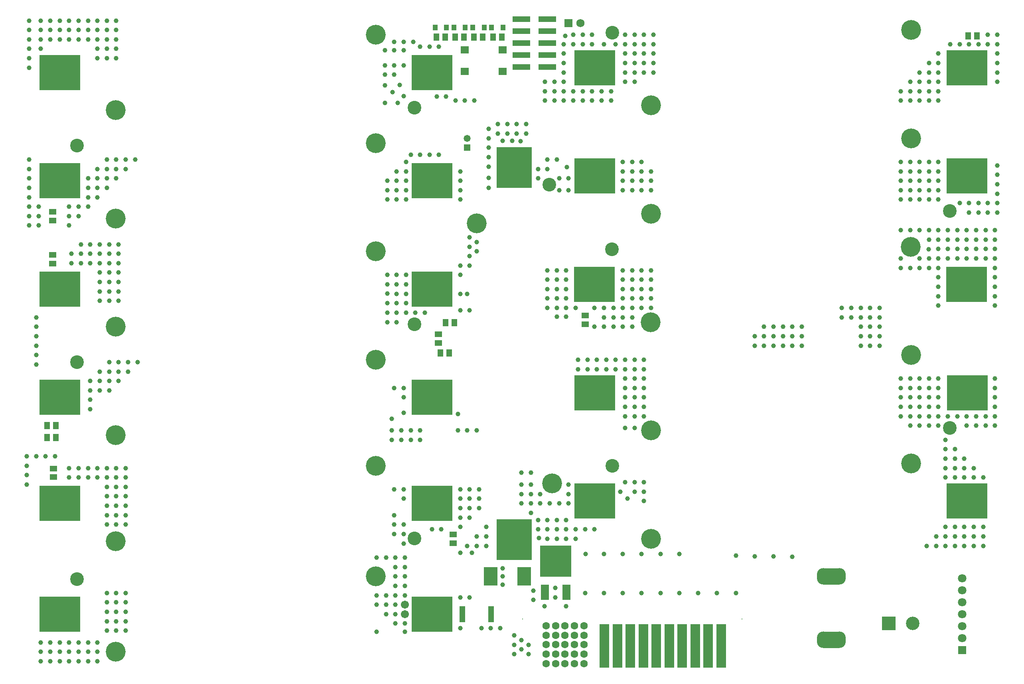
<source format=gts>
G04*
G04 #@! TF.GenerationSoftware,Altium Limited,Altium Designer,21.0.8 (223)*
G04*
G04 Layer_Color=8388736*
%FSLAX25Y25*%
%MOIN*%
G70*
G04*
G04 #@! TF.SameCoordinates,A19D7D31-63B9-40C3-BA03-758776B81FF0*
G04*
G04*
G04 #@! TF.FilePolarity,Negative*
G04*
G01*
G75*
%ADD28R,0.34265X0.29737*%
%ADD29R,0.29737X0.34265*%
%ADD30R,0.07099X0.06312*%
%ADD31R,0.04343X0.04737*%
%ADD32R,0.04540X0.05918*%
%ADD33R,0.05918X0.04540*%
%ADD34R,0.11800X0.15800*%
%ADD35R,0.26391X0.26391*%
%ADD36R,0.07099X0.12611*%
%ADD37R,0.14580X0.04737*%
%ADD38R,0.05131X0.13792*%
%ADD39C,0.16548*%
%ADD40C,0.11430*%
%ADD41R,0.11233X0.11233*%
%ADD42C,0.11233*%
%ADD43R,0.05800X0.05800*%
%ADD44C,0.05800*%
%ADD45C,0.06800*%
%ADD46R,0.06800X0.06800*%
%ADD47C,0.06312*%
%ADD48R,0.07887X0.07099*%
%ADD49C,0.00800*%
%ADD50O,0.10800X0.13800*%
%ADD51C,0.07099*%
%ADD52R,0.07099X0.07099*%
%ADD53C,0.06706*%
%ADD54C,0.03937*%
G36*
X685092Y32638D02*
X685143Y32627D01*
X685193Y32610D01*
X685240Y32587D01*
X685283Y32558D01*
X685323Y32524D01*
X685357Y32484D01*
X685387Y32441D01*
X685410Y32394D01*
X685427Y32344D01*
X685437Y32293D01*
X685440Y32240D01*
Y19240D01*
X685437Y19188D01*
X685427Y19136D01*
X685410Y19087D01*
X685387Y19040D01*
X685357Y18996D01*
X685323Y18957D01*
X685283Y18922D01*
X685240Y18893D01*
X685193Y18870D01*
X685143Y18853D01*
X685092Y18843D01*
X685039Y18839D01*
X671639D01*
X671587Y18843D01*
X671536Y18853D01*
X671486Y18870D01*
X671439Y18893D01*
X671395Y18922D01*
X671356Y18957D01*
X671321Y18996D01*
X671292Y19040D01*
X671269Y19087D01*
X671252Y19136D01*
X671242Y19188D01*
X671239Y19240D01*
Y19340D01*
Y32240D01*
X671242Y32293D01*
X671252Y32344D01*
X671269Y32394D01*
X671292Y32441D01*
X671321Y32484D01*
X671356Y32524D01*
X671395Y32558D01*
X671439Y32587D01*
X671486Y32610D01*
X671536Y32627D01*
X671587Y32638D01*
X671639Y32641D01*
X685039D01*
X685092Y32638D01*
D02*
G37*
G36*
Y85638D02*
X685143Y85627D01*
X685193Y85611D01*
X685240Y85587D01*
X685283Y85558D01*
X685323Y85524D01*
X685357Y85484D01*
X685387Y85441D01*
X685410Y85394D01*
X685427Y85344D01*
X685437Y85293D01*
X685440Y85240D01*
Y72240D01*
X685437Y72188D01*
X685427Y72136D01*
X685410Y72087D01*
X685387Y72040D01*
X685357Y71996D01*
X685323Y71957D01*
X685283Y71922D01*
X685240Y71893D01*
X685193Y71870D01*
X685143Y71853D01*
X685092Y71843D01*
X685039Y71839D01*
X671639D01*
X671587Y71843D01*
X671536Y71853D01*
X671486Y71870D01*
X671439Y71893D01*
X671395Y71922D01*
X671356Y71957D01*
X671321Y71996D01*
X671292Y72040D01*
X671269Y72087D01*
X671252Y72136D01*
X671242Y72188D01*
X671239Y72240D01*
Y72340D01*
Y85240D01*
X671242Y85293D01*
X671252Y85344D01*
X671269Y85394D01*
X671292Y85441D01*
X671321Y85484D01*
X671356Y85524D01*
X671395Y85558D01*
X671439Y85587D01*
X671486Y85611D01*
X671536Y85627D01*
X671587Y85638D01*
X671639Y85641D01*
X685039D01*
X685092Y85638D01*
D02*
G37*
D28*
X344488Y500000D02*
D03*
X33465D02*
D03*
Y409449D02*
D03*
X344488D02*
D03*
X33465Y47244D02*
D03*
X344488D02*
D03*
X480633Y503937D02*
D03*
X791657D02*
D03*
X480709Y232283D02*
D03*
X791732D02*
D03*
X33465Y139795D02*
D03*
X344488D02*
D03*
Y228346D02*
D03*
X33465D02*
D03*
X791657Y141732D02*
D03*
X480633D02*
D03*
X480315Y322835D02*
D03*
X791339D02*
D03*
X791657Y413386D02*
D03*
X480633D02*
D03*
X344488Y318898D02*
D03*
X33465D02*
D03*
D29*
X413386Y420669D02*
D03*
Y109646D02*
D03*
D30*
X372047Y518701D02*
D03*
X403543D02*
D03*
X372047Y500984D02*
D03*
X403543D02*
D03*
D31*
X372332Y537402D02*
D03*
X362883D02*
D03*
X388080D02*
D03*
X378631D02*
D03*
X356584D02*
D03*
X347135D02*
D03*
X403828D02*
D03*
X394379D02*
D03*
D32*
X379714Y529528D02*
D03*
X386998D02*
D03*
X371249D02*
D03*
X363966D02*
D03*
X348218D02*
D03*
X355502D02*
D03*
X395462D02*
D03*
X402745D02*
D03*
X363090Y290816D02*
D03*
X355807D02*
D03*
X358957Y265551D02*
D03*
X351673D02*
D03*
X30217Y204724D02*
D03*
X22933D02*
D03*
Y194882D02*
D03*
X30217D02*
D03*
X799902Y530512D02*
D03*
X792618D02*
D03*
D33*
X350000Y281201D02*
D03*
Y273917D02*
D03*
X362205Y113878D02*
D03*
Y106595D02*
D03*
X472441Y289665D02*
D03*
Y296949D02*
D03*
X27559Y376279D02*
D03*
Y383563D02*
D03*
Y347441D02*
D03*
Y340158D02*
D03*
X28254Y161713D02*
D03*
Y168996D02*
D03*
D34*
X421529Y78740D02*
D03*
X393431D02*
D03*
D35*
X447835Y91535D02*
D03*
D36*
X456890Y65354D02*
D03*
X438779D02*
D03*
D37*
X440945Y504606D02*
D03*
Y514606D02*
D03*
Y524606D02*
D03*
Y534606D02*
D03*
Y544606D02*
D03*
X419291Y504606D02*
D03*
Y514606D02*
D03*
Y524606D02*
D03*
Y534606D02*
D03*
Y544606D02*
D03*
D38*
X393898Y47244D02*
D03*
X369882D02*
D03*
D39*
X80315Y468504D02*
D03*
X297638Y531496D02*
D03*
Y440945D02*
D03*
X80315Y377953D02*
D03*
X297638Y78740D02*
D03*
X80315Y15748D02*
D03*
X744806Y535433D02*
D03*
X527484Y472441D02*
D03*
X444882Y156496D02*
D03*
X381890Y373819D02*
D03*
X744882Y263779D02*
D03*
X527559Y200787D02*
D03*
X297638Y171291D02*
D03*
X80315Y108299D02*
D03*
Y196850D02*
D03*
X297638Y259842D02*
D03*
X527484Y110236D02*
D03*
X744806Y173228D02*
D03*
X744488Y354331D02*
D03*
X527165Y291339D02*
D03*
X527484Y381890D02*
D03*
X744806Y444882D02*
D03*
X80315Y287402D02*
D03*
X297638Y350394D02*
D03*
D40*
X330000Y470669D02*
D03*
X47953Y438779D02*
D03*
Y76575D02*
D03*
X495121Y533268D02*
D03*
X442717Y406181D02*
D03*
X777244Y202953D02*
D03*
X330000Y110465D02*
D03*
X47953Y257677D02*
D03*
X495121Y171063D02*
D03*
X494803Y352165D02*
D03*
X777169Y384055D02*
D03*
X330000Y289567D02*
D03*
D41*
X726221Y39370D02*
D03*
D42*
X746220D02*
D03*
D43*
X374016Y437008D02*
D03*
D44*
Y444882D02*
D03*
D45*
X468661Y541339D02*
D03*
D46*
X458661D02*
D03*
D47*
X439961Y37500D02*
D03*
Y29626D02*
D03*
Y21752D02*
D03*
Y13878D02*
D03*
Y6004D02*
D03*
X447835Y37500D02*
D03*
Y29626D02*
D03*
Y21752D02*
D03*
Y13878D02*
D03*
Y6004D02*
D03*
X455709Y37500D02*
D03*
Y29626D02*
D03*
Y21752D02*
D03*
Y13878D02*
D03*
Y6004D02*
D03*
X463583Y37500D02*
D03*
Y29626D02*
D03*
Y21752D02*
D03*
Y13878D02*
D03*
Y6004D02*
D03*
X471457Y37500D02*
D03*
Y29626D02*
D03*
Y21752D02*
D03*
Y13878D02*
D03*
Y6004D02*
D03*
D48*
X564468D02*
D03*
X575295D02*
D03*
X564468Y11909D02*
D03*
X575295D02*
D03*
X564468Y17815D02*
D03*
X575295D02*
D03*
X564468Y23720D02*
D03*
X575295D02*
D03*
X564468Y29626D02*
D03*
X575295D02*
D03*
X531988Y6004D02*
D03*
X542815D02*
D03*
X531988Y11909D02*
D03*
X542815D02*
D03*
X531988Y17815D02*
D03*
X542815D02*
D03*
X531988Y23720D02*
D03*
X542815D02*
D03*
X531988Y29626D02*
D03*
X542815D02*
D03*
X499508Y6004D02*
D03*
X510335D02*
D03*
X499508Y11909D02*
D03*
X510335D02*
D03*
X499508Y17815D02*
D03*
X510335D02*
D03*
X499508Y23720D02*
D03*
X510335D02*
D03*
X499508Y29626D02*
D03*
X488681Y6004D02*
D03*
Y11909D02*
D03*
Y17815D02*
D03*
Y23720D02*
D03*
Y29626D02*
D03*
X564468Y35531D02*
D03*
X575295D02*
D03*
X531988D02*
D03*
X542815D02*
D03*
X499508D02*
D03*
X510335D02*
D03*
X488681D02*
D03*
X521161Y6004D02*
D03*
X553642D02*
D03*
X586122D02*
D03*
X521161Y11909D02*
D03*
X553642D02*
D03*
X586122D02*
D03*
X521161Y17815D02*
D03*
X553642D02*
D03*
X586122D02*
D03*
X521161Y23720D02*
D03*
X553642D02*
D03*
X586122D02*
D03*
X521161Y29626D02*
D03*
X553642D02*
D03*
X586122D02*
D03*
X521161Y35531D02*
D03*
X553642D02*
D03*
X586122D02*
D03*
X510335Y29626D02*
D03*
D49*
X420079Y43209D02*
D03*
X603543D02*
D03*
D50*
X671639Y78740D02*
D03*
X685039D02*
D03*
X671639Y25740D02*
D03*
X685039D02*
D03*
D51*
X787402Y77244D02*
D03*
Y57244D02*
D03*
Y67244D02*
D03*
Y47244D02*
D03*
Y27244D02*
D03*
Y37244D02*
D03*
D52*
Y17244D02*
D03*
D53*
X321850Y55118D02*
D03*
Y47244D02*
D03*
D54*
X455755Y530465D02*
D03*
X305118Y518429D02*
D03*
X350394Y521654D02*
D03*
X334646D02*
D03*
X342520D02*
D03*
X312992Y518429D02*
D03*
X320866D02*
D03*
X312992Y498032D02*
D03*
X320866Y505905D02*
D03*
X305118Y505911D02*
D03*
X317515Y489572D02*
D03*
X305118Y498032D02*
D03*
X312992Y505911D02*
D03*
X320866Y480315D02*
D03*
X315945Y474409D02*
D03*
X305118D02*
D03*
Y489173D02*
D03*
X311610Y483666D02*
D03*
X322835Y425197D02*
D03*
X391732Y452756D02*
D03*
X21654Y179134D02*
D03*
X29528D02*
D03*
X82677Y250000D02*
D03*
X74803Y242126D02*
D03*
X59055Y226378D02*
D03*
X90551Y257874D02*
D03*
X66929Y234252D02*
D03*
X59055Y218504D02*
D03*
X90551Y250000D02*
D03*
X98425Y257874D02*
D03*
X82677Y242126D02*
D03*
X74803Y234252D02*
D03*
X82677Y257874D02*
D03*
X59055Y234252D02*
D03*
X74803Y250000D02*
D03*
X66929Y242126D02*
D03*
X454724Y523622D02*
D03*
X462598Y531496D02*
D03*
X521708Y141732D02*
D03*
X507874Y143701D02*
D03*
X521654Y149606D02*
D03*
X440945Y125984D02*
D03*
X427165Y139764D02*
D03*
X448819Y118110D02*
D03*
X456693Y110236D02*
D03*
X440945Y118110D02*
D03*
X448819Y110236D02*
D03*
X433071Y125984D02*
D03*
X448819D02*
D03*
X456693Y118110D02*
D03*
X464567Y110236D02*
D03*
X472441Y118110D02*
D03*
X456693Y125984D02*
D03*
X464567Y118110D02*
D03*
X480315D02*
D03*
X348425Y479815D02*
D03*
X356299D02*
D03*
X311024Y210630D02*
D03*
X498032Y523622D02*
D03*
X425197Y13886D02*
D03*
X413386D02*
D03*
X448819Y295717D02*
D03*
X456703Y295715D02*
D03*
X440945Y303150D02*
D03*
X311024Y192913D02*
D03*
X320866Y215551D02*
D03*
X311024Y200787D02*
D03*
X494095Y476378D02*
D03*
X486221D02*
D03*
X478346D02*
D03*
X470472D02*
D03*
X462598D02*
D03*
X446850D02*
D03*
X433812Y110977D02*
D03*
X757874Y104331D02*
D03*
X765748D02*
D03*
X773622D02*
D03*
X765748Y112205D02*
D03*
X789370Y104331D02*
D03*
X781496Y112205D02*
D03*
X773622Y120079D02*
D03*
X789370Y112205D02*
D03*
X781496Y120079D02*
D03*
X789370D02*
D03*
X773622Y161417D02*
D03*
Y169291D02*
D03*
X781496Y161417D02*
D03*
X751968Y212598D02*
D03*
X773622Y185039D02*
D03*
X736221Y220472D02*
D03*
X789370Y161417D02*
D03*
X781496Y177165D02*
D03*
X789370Y169291D02*
D03*
X744095Y212598D02*
D03*
X736221Y228346D02*
D03*
X759842Y204724D02*
D03*
X751968D02*
D03*
X744095Y220472D02*
D03*
X781496Y169291D02*
D03*
X773622Y177165D02*
D03*
X736221Y212598D02*
D03*
X744095Y204724D02*
D03*
X773622Y112205D02*
D03*
X781496Y104331D02*
D03*
X773622Y192913D02*
D03*
X781496Y185039D02*
D03*
X789370Y177165D02*
D03*
X797244Y169291D02*
D03*
Y161417D02*
D03*
X805118D02*
D03*
Y112205D02*
D03*
Y120079D02*
D03*
Y104331D02*
D03*
X687008Y303150D02*
D03*
Y295276D02*
D03*
X694882D02*
D03*
Y303150D02*
D03*
X718504D02*
D03*
X710630D02*
D03*
X702756D02*
D03*
Y295276D02*
D03*
X710630D02*
D03*
X718504D02*
D03*
Y287402D02*
D03*
X710630D02*
D03*
X702756D02*
D03*
Y279528D02*
D03*
X710630D02*
D03*
X718504D02*
D03*
Y271654D02*
D03*
X710630D02*
D03*
X702756D02*
D03*
X653543Y287402D02*
D03*
X645669D02*
D03*
X637795D02*
D03*
X629921D02*
D03*
X622047D02*
D03*
X653543Y279528D02*
D03*
Y271654D02*
D03*
X645669D02*
D03*
Y279528D02*
D03*
X637795D02*
D03*
Y271654D02*
D03*
X629921D02*
D03*
Y279528D02*
D03*
X622047D02*
D03*
Y271654D02*
D03*
X614173Y279528D02*
D03*
Y271654D02*
D03*
X15748Y379921D02*
D03*
Y387795D02*
D03*
Y372047D02*
D03*
X7874Y427165D02*
D03*
Y419291D02*
D03*
Y411417D02*
D03*
Y403543D02*
D03*
Y395669D02*
D03*
Y387795D02*
D03*
Y379921D02*
D03*
Y372047D02*
D03*
X96457Y427165D02*
D03*
X88583D02*
D03*
X80709D02*
D03*
X72835D02*
D03*
X88583Y419291D02*
D03*
X80709D02*
D03*
X72835D02*
D03*
X64961D02*
D03*
X80709Y411417D02*
D03*
X72835D02*
D03*
X64961D02*
D03*
X57087D02*
D03*
X72835Y403543D02*
D03*
X64961D02*
D03*
X57087D02*
D03*
X64961Y395669D02*
D03*
X57087D02*
D03*
X49213Y379921D02*
D03*
X41339Y372047D02*
D03*
Y379921D02*
D03*
X57087Y387795D02*
D03*
X49213D02*
D03*
X41339D02*
D03*
X64961Y511811D02*
D03*
X72835D02*
D03*
X80709D02*
D03*
Y519685D02*
D03*
X72835D02*
D03*
X64961D02*
D03*
X80709Y527559D02*
D03*
X72835D02*
D03*
X64961D02*
D03*
X33465D02*
D03*
X57087D02*
D03*
X49213D02*
D03*
X41339D02*
D03*
Y535433D02*
D03*
X49213D02*
D03*
X57087D02*
D03*
X64961D02*
D03*
X72835D02*
D03*
X80709D02*
D03*
Y543307D02*
D03*
X72835D02*
D03*
X64961D02*
D03*
X57087D02*
D03*
X49213D02*
D03*
X41339D02*
D03*
X33465Y535433D02*
D03*
Y543307D02*
D03*
X25591D02*
D03*
Y535433D02*
D03*
Y527559D02*
D03*
X17717Y519685D02*
D03*
Y527559D02*
D03*
Y535433D02*
D03*
Y543307D02*
D03*
X7874Y503937D02*
D03*
Y511811D02*
D03*
Y519685D02*
D03*
Y527559D02*
D03*
Y535433D02*
D03*
Y543307D02*
D03*
X82677Y309055D02*
D03*
X74803D02*
D03*
X66929D02*
D03*
Y316929D02*
D03*
X74803D02*
D03*
X82677D02*
D03*
Y324803D02*
D03*
X74803D02*
D03*
X66929D02*
D03*
Y332677D02*
D03*
X74803D02*
D03*
X82677D02*
D03*
Y340551D02*
D03*
Y348425D02*
D03*
Y356299D02*
D03*
X74803D02*
D03*
Y348425D02*
D03*
Y340551D02*
D03*
X66929D02*
D03*
Y348425D02*
D03*
Y356299D02*
D03*
X59055D02*
D03*
Y348425D02*
D03*
Y340551D02*
D03*
X51181D02*
D03*
Y348425D02*
D03*
Y356299D02*
D03*
X43307Y348425D02*
D03*
Y340551D02*
D03*
X74803Y257874D02*
D03*
X66929Y250000D02*
D03*
X59055Y242126D02*
D03*
X13780Y255906D02*
D03*
Y263779D02*
D03*
Y271654D02*
D03*
Y279528D02*
D03*
Y287402D02*
D03*
Y295276D02*
D03*
X88583Y169291D02*
D03*
X80709D02*
D03*
X72835D02*
D03*
X64961Y161417D02*
D03*
Y169291D02*
D03*
X57087D02*
D03*
Y161417D02*
D03*
X49213D02*
D03*
Y169291D02*
D03*
X41339D02*
D03*
Y161417D02*
D03*
X72835Y161449D02*
D03*
X80709D02*
D03*
X88583D02*
D03*
Y153575D02*
D03*
X80709D02*
D03*
X72835D02*
D03*
Y145701D02*
D03*
X80709D02*
D03*
X88583D02*
D03*
Y137827D02*
D03*
X80709D02*
D03*
X72835D02*
D03*
Y129953D02*
D03*
X80709D02*
D03*
X88583D02*
D03*
Y122079D02*
D03*
X80709D02*
D03*
X72835D02*
D03*
X88583Y64961D02*
D03*
X80709D02*
D03*
X72835D02*
D03*
Y57087D02*
D03*
X80709D02*
D03*
X88583D02*
D03*
Y49213D02*
D03*
X80709D02*
D03*
X72835D02*
D03*
Y41339D02*
D03*
X80709D02*
D03*
X88583D02*
D03*
Y33465D02*
D03*
X80709D02*
D03*
X72835D02*
D03*
X64961Y23622D02*
D03*
Y15748D02*
D03*
Y7874D02*
D03*
X57087D02*
D03*
Y15748D02*
D03*
Y23622D02*
D03*
X49213Y7874D02*
D03*
X41339D02*
D03*
Y15748D02*
D03*
X49213D02*
D03*
Y23622D02*
D03*
X41339D02*
D03*
X33465Y7874D02*
D03*
X25591D02*
D03*
X17717D02*
D03*
Y15748D02*
D03*
X25591D02*
D03*
X33465D02*
D03*
Y23622D02*
D03*
X25591D02*
D03*
X17717D02*
D03*
X5906Y155512D02*
D03*
Y163386D02*
D03*
Y171260D02*
D03*
X13780Y179134D02*
D03*
X5906D02*
D03*
X377953Y98425D02*
D03*
X368110D02*
D03*
X389764Y104331D02*
D03*
X381890D02*
D03*
X374016D02*
D03*
X381890Y112205D02*
D03*
X389764D02*
D03*
Y120079D02*
D03*
X375984Y61024D02*
D03*
X368110D02*
D03*
Y35433D02*
D03*
X298228Y94488D02*
D03*
X306102D02*
D03*
X313976D02*
D03*
X321850D02*
D03*
X313976Y86614D02*
D03*
X321850Y78740D02*
D03*
Y70866D02*
D03*
Y62992D02*
D03*
Y86614D02*
D03*
X313976Y78740D02*
D03*
X321850Y32480D02*
D03*
Y39370D02*
D03*
X313976Y70866D02*
D03*
Y62992D02*
D03*
X306102D02*
D03*
X298228D02*
D03*
Y55118D02*
D03*
X306102Y47244D02*
D03*
Y55118D02*
D03*
X313976D02*
D03*
Y47244D02*
D03*
Y39370D02*
D03*
X298228Y32480D02*
D03*
X433071Y118110D02*
D03*
X440945Y110236D02*
D03*
X447638Y69291D02*
D03*
X456693Y53937D02*
D03*
X438411Y53936D02*
D03*
X429134Y59055D02*
D03*
Y66929D02*
D03*
X447638Y61024D02*
D03*
X425197Y21654D02*
D03*
X419291Y17717D02*
D03*
Y25591D02*
D03*
X413386Y21654D02*
D03*
Y29528D02*
D03*
X401575Y35433D02*
D03*
X393701D02*
D03*
X385827D02*
D03*
X797244Y120079D02*
D03*
Y112205D02*
D03*
Y104331D02*
D03*
X448819Y427165D02*
D03*
X440945D02*
D03*
Y419291D02*
D03*
X433071D02*
D03*
Y411417D02*
D03*
X418701Y442577D02*
D03*
X423228Y456693D02*
D03*
Y448819D02*
D03*
X415354Y456693D02*
D03*
Y448819D02*
D03*
X411417Y442913D02*
D03*
X403543D02*
D03*
X407480Y456693D02*
D03*
Y448819D02*
D03*
X399606D02*
D03*
Y456693D02*
D03*
X391732Y444882D02*
D03*
Y437008D02*
D03*
Y429134D02*
D03*
X368110Y417323D02*
D03*
X391732Y421260D02*
D03*
Y403344D02*
D03*
Y411702D02*
D03*
X505905Y157480D02*
D03*
X513779D02*
D03*
X521654D02*
D03*
X513779Y149606D02*
D03*
X501968D02*
D03*
X458661Y155512D02*
D03*
Y147638D02*
D03*
Y139764D02*
D03*
X450787D02*
D03*
X442913D02*
D03*
X435039D02*
D03*
Y147638D02*
D03*
X427165Y165354D02*
D03*
X419291D02*
D03*
Y155512D02*
D03*
X427165D02*
D03*
Y147638D02*
D03*
X419291D02*
D03*
Y139764D02*
D03*
X427165Y131890D02*
D03*
X513779Y202756D02*
D03*
X505905D02*
D03*
X521654Y212598D02*
D03*
X513779D02*
D03*
X505905D02*
D03*
Y220472D02*
D03*
X513779D02*
D03*
X521654D02*
D03*
Y228346D02*
D03*
X513779D02*
D03*
X505905D02*
D03*
Y236221D02*
D03*
X513779D02*
D03*
X521654D02*
D03*
Y244094D02*
D03*
X513779D02*
D03*
X505905D02*
D03*
X521654Y259842D02*
D03*
Y251969D02*
D03*
X513779D02*
D03*
Y259842D02*
D03*
X505905D02*
D03*
Y251969D02*
D03*
X498032D02*
D03*
Y259842D02*
D03*
X490158D02*
D03*
Y251969D02*
D03*
X482283Y259842D02*
D03*
Y251969D02*
D03*
X474409Y259842D02*
D03*
Y251969D02*
D03*
X466535Y259842D02*
D03*
Y251969D02*
D03*
X379921Y476378D02*
D03*
X372047D02*
D03*
X364173D02*
D03*
X328740Y525591D02*
D03*
X312992D02*
D03*
X320866D02*
D03*
X383858Y143701D02*
D03*
Y135827D02*
D03*
X375984Y127953D02*
D03*
Y135827D02*
D03*
Y143701D02*
D03*
X383858Y151575D02*
D03*
X375984D02*
D03*
X368110D02*
D03*
Y143701D02*
D03*
Y135827D02*
D03*
Y127953D02*
D03*
Y120079D02*
D03*
X352362Y118110D02*
D03*
X344488D02*
D03*
X320866Y106299D02*
D03*
Y122047D02*
D03*
Y114173D02*
D03*
X312992D02*
D03*
Y122047D02*
D03*
Y129921D02*
D03*
X320866Y143701D02*
D03*
Y151575D02*
D03*
X312992D02*
D03*
X334646Y192913D02*
D03*
X326772D02*
D03*
X318898D02*
D03*
X334646Y200787D02*
D03*
X326772D02*
D03*
X318898D02*
D03*
X366142D02*
D03*
X374016D02*
D03*
X381890D02*
D03*
X366142Y214567D02*
D03*
X320866Y228346D02*
D03*
Y236221D02*
D03*
X312992D02*
D03*
X375984Y362205D02*
D03*
X381890Y358268D02*
D03*
Y350394D02*
D03*
X375984Y354331D02*
D03*
Y346457D02*
D03*
Y338583D02*
D03*
X368110D02*
D03*
Y330709D02*
D03*
X374016Y314961D02*
D03*
X368110D02*
D03*
X375984Y301181D02*
D03*
X368110D02*
D03*
X338583Y299213D02*
D03*
X330709D02*
D03*
X322835D02*
D03*
X314961D02*
D03*
Y291339D02*
D03*
X307087D02*
D03*
Y299213D02*
D03*
Y307087D02*
D03*
X314961D02*
D03*
X322835D02*
D03*
X307087Y315024D02*
D03*
X314961Y314961D02*
D03*
X322835D02*
D03*
X307087Y322886D02*
D03*
X314961Y322835D02*
D03*
X322835D02*
D03*
X307087Y330709D02*
D03*
X314961D02*
D03*
X322835D02*
D03*
X368110Y393701D02*
D03*
Y401575D02*
D03*
Y409449D02*
D03*
X322835Y393701D02*
D03*
X314961D02*
D03*
X307087D02*
D03*
Y401575D02*
D03*
X314961D02*
D03*
X322835D02*
D03*
X350394Y431102D02*
D03*
X342520D02*
D03*
X334646D02*
D03*
X326772D02*
D03*
X314961Y417323D02*
D03*
X322835D02*
D03*
Y409449D02*
D03*
X314961D02*
D03*
X307087D02*
D03*
X529528Y523622D02*
D03*
Y531496D02*
D03*
X521654D02*
D03*
Y523622D02*
D03*
X513779D02*
D03*
Y531496D02*
D03*
X505905D02*
D03*
Y523622D02*
D03*
X488189D02*
D03*
X478346Y531496D02*
D03*
Y523622D02*
D03*
X470472Y531496D02*
D03*
Y523622D02*
D03*
X462598D02*
D03*
X454724Y515748D02*
D03*
Y507874D02*
D03*
Y500000D02*
D03*
Y492126D02*
D03*
X446850D02*
D03*
X438976D02*
D03*
Y476378D02*
D03*
Y484252D02*
D03*
X446850D02*
D03*
X454724Y476378D02*
D03*
Y484252D02*
D03*
X527559Y417323D02*
D03*
Y409449D02*
D03*
Y401575D02*
D03*
X519685Y334646D02*
D03*
X527559D02*
D03*
Y326772D02*
D03*
X519685D02*
D03*
Y318898D02*
D03*
X527559D02*
D03*
Y303150D02*
D03*
Y311024D02*
D03*
X519685D02*
D03*
Y303150D02*
D03*
X511811D02*
D03*
Y311024D02*
D03*
Y318898D02*
D03*
Y326772D02*
D03*
Y334646D02*
D03*
X503937D02*
D03*
Y326772D02*
D03*
Y318898D02*
D03*
Y311024D02*
D03*
X511811Y287402D02*
D03*
Y295276D02*
D03*
X503937Y287402D02*
D03*
Y295276D02*
D03*
Y303150D02*
D03*
X496063D02*
D03*
Y295276D02*
D03*
Y287402D02*
D03*
X480315D02*
D03*
X488189D02*
D03*
Y295276D02*
D03*
Y303150D02*
D03*
X480315D02*
D03*
X464567D02*
D03*
X448819D02*
D03*
X456693D02*
D03*
Y311024D02*
D03*
X448819D02*
D03*
X440945D02*
D03*
Y318898D02*
D03*
X448819D02*
D03*
X456693D02*
D03*
Y326772D02*
D03*
X448819D02*
D03*
X440945D02*
D03*
Y334646D02*
D03*
X448819D02*
D03*
X456693D02*
D03*
X450787Y411417D02*
D03*
Y401575D02*
D03*
X458661D02*
D03*
Y411417D02*
D03*
X519685Y401575D02*
D03*
X511811D02*
D03*
X503937D02*
D03*
Y409449D02*
D03*
X511811D02*
D03*
X519685D02*
D03*
Y417323D02*
D03*
X511811D02*
D03*
X503937D02*
D03*
X519685Y425197D02*
D03*
X511811D02*
D03*
X503937D02*
D03*
X457161Y420760D02*
D03*
X767717Y305118D02*
D03*
Y312992D02*
D03*
Y320866D02*
D03*
Y328740D02*
D03*
X751968Y344488D02*
D03*
X744095Y236221D02*
D03*
Y244094D02*
D03*
X751968Y228346D02*
D03*
X744095D02*
D03*
X759842Y212598D02*
D03*
Y220472D02*
D03*
X751968D02*
D03*
X736221Y236221D02*
D03*
X751968D02*
D03*
X736221Y244094D02*
D03*
X814961D02*
D03*
Y236221D02*
D03*
Y228346D02*
D03*
Y220472D02*
D03*
Y212598D02*
D03*
Y204724D02*
D03*
X807087D02*
D03*
Y212598D02*
D03*
X799213D02*
D03*
Y204724D02*
D03*
X791339D02*
D03*
Y212598D02*
D03*
X783465D02*
D03*
X775591D02*
D03*
X767717Y204724D02*
D03*
Y212598D02*
D03*
Y220472D02*
D03*
X759842Y228346D02*
D03*
X767717D02*
D03*
Y236221D02*
D03*
X759842D02*
D03*
X751968Y244094D02*
D03*
X759842D02*
D03*
X767717D02*
D03*
Y336614D02*
D03*
X759842D02*
D03*
X751968D02*
D03*
X744095D02*
D03*
X736221Y344488D02*
D03*
Y336614D02*
D03*
X759842Y344488D02*
D03*
X759687Y352222D02*
D03*
X759842Y360236D02*
D03*
Y368110D02*
D03*
X751968D02*
D03*
X744095D02*
D03*
X736221D02*
D03*
X767717D02*
D03*
Y360236D02*
D03*
Y352362D02*
D03*
Y344488D02*
D03*
X775591D02*
D03*
Y352362D02*
D03*
Y360236D02*
D03*
Y368110D02*
D03*
X814961Y305118D02*
D03*
Y312992D02*
D03*
Y320866D02*
D03*
Y328740D02*
D03*
Y336614D02*
D03*
X783465Y344488D02*
D03*
X791339D02*
D03*
X799213D02*
D03*
X807087D02*
D03*
X814961D02*
D03*
Y352362D02*
D03*
X807087D02*
D03*
X799213D02*
D03*
X791339D02*
D03*
X783465D02*
D03*
Y360236D02*
D03*
X791339D02*
D03*
X799213D02*
D03*
X807087D02*
D03*
X814961D02*
D03*
Y368110D02*
D03*
X807087D02*
D03*
X799213D02*
D03*
X791339D02*
D03*
X783465D02*
D03*
X736221Y484252D02*
D03*
Y476378D02*
D03*
X744095D02*
D03*
X751968D02*
D03*
X759842D02*
D03*
X767717D02*
D03*
Y484252D02*
D03*
X759842D02*
D03*
X751968D02*
D03*
X744095D02*
D03*
Y492126D02*
D03*
X751968Y500000D02*
D03*
Y492126D02*
D03*
X759842D02*
D03*
Y500000D02*
D03*
Y507874D02*
D03*
X736221Y425197D02*
D03*
Y417323D02*
D03*
Y409449D02*
D03*
Y401575D02*
D03*
Y393701D02*
D03*
X744095D02*
D03*
Y401575D02*
D03*
Y409449D02*
D03*
Y417323D02*
D03*
Y425197D02*
D03*
X751968D02*
D03*
Y417323D02*
D03*
Y409449D02*
D03*
Y401575D02*
D03*
Y393701D02*
D03*
X759842D02*
D03*
Y401575D02*
D03*
Y409449D02*
D03*
Y417323D02*
D03*
Y425197D02*
D03*
X816929Y492126D02*
D03*
Y500000D02*
D03*
Y507874D02*
D03*
Y515748D02*
D03*
Y523622D02*
D03*
Y531496D02*
D03*
X809055D02*
D03*
Y523622D02*
D03*
X801181D02*
D03*
X793307D02*
D03*
X785433D02*
D03*
X777559D02*
D03*
X767717Y515748D02*
D03*
Y507874D02*
D03*
Y500000D02*
D03*
Y492126D02*
D03*
X816929Y422244D02*
D03*
Y414370D02*
D03*
Y406496D02*
D03*
Y398622D02*
D03*
Y382874D02*
D03*
Y390748D02*
D03*
X809055D02*
D03*
Y382874D02*
D03*
X793307D02*
D03*
X801181D02*
D03*
Y390748D02*
D03*
X793307D02*
D03*
X785433D02*
D03*
X767717Y425197D02*
D03*
Y417323D02*
D03*
Y409449D02*
D03*
Y401575D02*
D03*
Y393701D02*
D03*
X462598Y484252D02*
D03*
X470472D02*
D03*
X478346D02*
D03*
X486221D02*
D03*
X494095D02*
D03*
X529528Y515748D02*
D03*
Y507874D02*
D03*
Y500000D02*
D03*
X521654D02*
D03*
Y507874D02*
D03*
Y515748D02*
D03*
X513779Y492126D02*
D03*
Y500000D02*
D03*
Y507874D02*
D03*
Y515748D02*
D03*
X505905Y492126D02*
D03*
Y500000D02*
D03*
Y507874D02*
D03*
Y515748D02*
D03*
X645669Y95276D02*
D03*
X629921Y95669D02*
D03*
X614173D02*
D03*
X598425Y96063D02*
D03*
X551181Y97638D02*
D03*
X535433D02*
D03*
X519685D02*
D03*
X503937D02*
D03*
X488189D02*
D03*
X472835D02*
D03*
X403543Y71850D02*
D03*
Y78740D02*
D03*
Y85630D02*
D03*
X598425Y64961D02*
D03*
X582677D02*
D03*
X566929D02*
D03*
X551181D02*
D03*
X535433D02*
D03*
X519685D02*
D03*
X503937D02*
D03*
X488189D02*
D03*
X472441D02*
D03*
M02*

</source>
